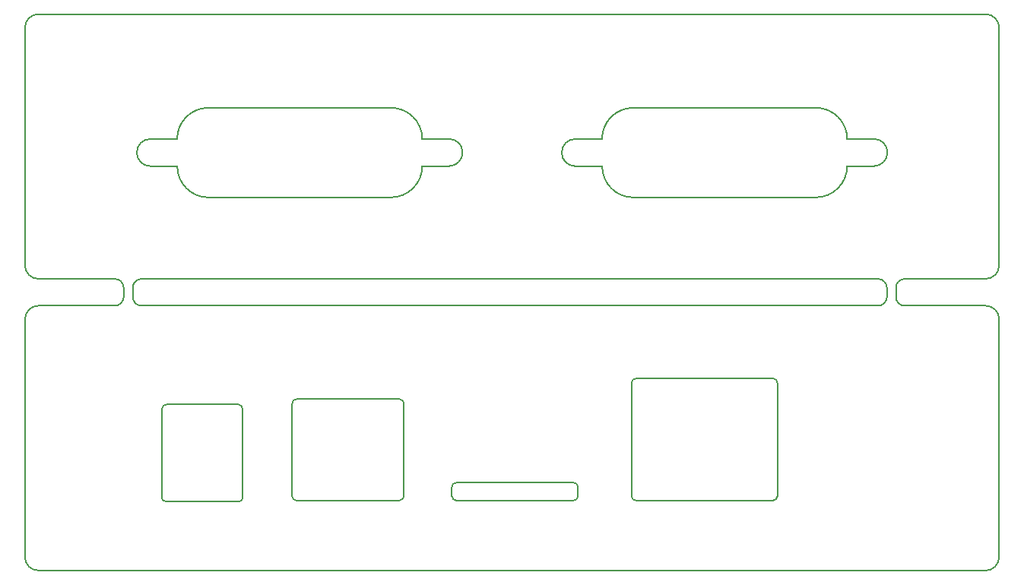
<source format=gbr>
%FSLAX36Y36*%
%MOMM*%
G04 EasyPC Gerber Version 18.0.8 Build 3632 *
%ADD11C,0.12700*%
X0Y0D02*
D02*
D11*
X41512700Y97411500D02*
G75*
G03X40012700Y95911500J-1500000D01*
G01*
Y69411500*
G75*
G03X41512700Y67911500I1500000*
G01*
X50012700*
G75*
G02X51012700Y66911500J-1000000*
G01*
Y65911500*
G75*
G02X50012700Y64911500I-1000000*
G01*
X41512700*
G75*
G03X40012700Y63411500J-1500000*
G01*
Y36911500*
G75*
G03X41512700Y35411500I1500000*
G01*
X147012700*
G75*
G03X148512700Y36911500J1500000*
G01*
Y63411500*
G75*
G03X147012700Y64911500I-1500000*
G01*
X138012700*
G75*
G02X137012700Y65911500J1000000*
G01*
Y66911500*
G75*
G02X138012700Y67911500I1000000*
G01*
X147012700*
G75*
G03X148512700Y69411500J1500000*
G01*
Y95911500*
G75*
G03X147012700Y97411500I-1500000*
G01*
X41512700*
X53012700Y67911500D02*
G75*
G03X52012700Y66911500J-1000000D01*
G01*
Y65911500*
G75*
G03X53012700Y64911500I1000000*
G01*
X135012700*
G75*
G03X136012700Y65911500J1000000*
G01*
Y66911500*
G75*
G03X135012700Y67911500I-1000000*
G01*
X53012700*
X55762700Y53911500D02*
G75*
G03X55262700Y53411500J-500000D01*
G01*
Y43511500*
G75*
G03X55662700Y43111500I400000*
G01*
X63862700*
G75*
G03X64262700Y43511500J400000*
G01*
Y53411500*
G75*
G03X63762700Y53911500I-500000*
G01*
X55762700*
X60441700Y86976500D02*
G75*
G03X56957300Y83492100J-3484400D01*
G01*
X53962700*
G75*
G03X52474700Y82004100J-1488000*
G01*
Y81954500*
G75*
G03X53956500Y80472700I1481800*
G01*
X56975900*
Y80460300*
G75*
G03X60447900Y76988300I3472000*
G01*
X80765300*
G75*
G03X84262100Y80485100J3496800*
G01*
X87269100*
G75*
G03X88750900Y81966900J1481800*
G01*
Y82022700*
G75*
G03X87275300Y83498300I-1475600*
G01*
X84262100*
G75*
G03X80783900Y86976500I-3478200*
G01*
X60441700*
X70262700Y54511500D02*
G75*
G03X69762700Y54011500J-500000D01*
G01*
Y43711500*
G75*
G03X70262700Y43211500I500000*
G01*
X81712700*
G75*
G03X82212700Y43711500J500000*
G01*
Y54011500*
G75*
G03X81712700Y54511500I-500000*
G01*
X70262700*
X88062700Y45211500D02*
G75*
G03X87562700Y44711500J-500000D01*
G01*
Y43711500*
G75*
G03X88062700Y43211500I500000*
G01*
X101112700*
G75*
G03X101612700Y43711500J500000*
G01*
Y44711500*
G75*
G03X101112700Y45211500I-500000*
G01*
X88062700*
X107762700Y86976500D02*
G75*
G03X104278300Y83492100J-3484400D01*
G01*
X101283700*
G75*
G03X99795700Y82004100J-1488000*
G01*
Y81954500*
G75*
G03X101277500Y80472700I1481800*
G01*
X104296900*
Y80460300*
G75*
G03X107768900Y76988300I3472000*
G01*
X128086300*
G75*
G03X131583100Y80485100J3496800*
G01*
X134590100*
G75*
G03X136071900Y81966900J1481800*
G01*
Y82022700*
G75*
G03X134596300Y83498300I-1475600*
G01*
X131583100*
G75*
G03X128104900Y86976500I-3478200*
G01*
X107762700*
X108062700Y56811500D02*
G75*
G03X107562700Y56311500J-500000D01*
G01*
Y43711500*
G75*
G03X108062700Y43211500I500000*
G01*
X123312700*
G75*
G03X123812700Y43711500J500000*
G01*
Y56311500*
G75*
G03X123312700Y56811500I-500000*
G01*
X108062700*
X0Y0D02*
M02*

</source>
